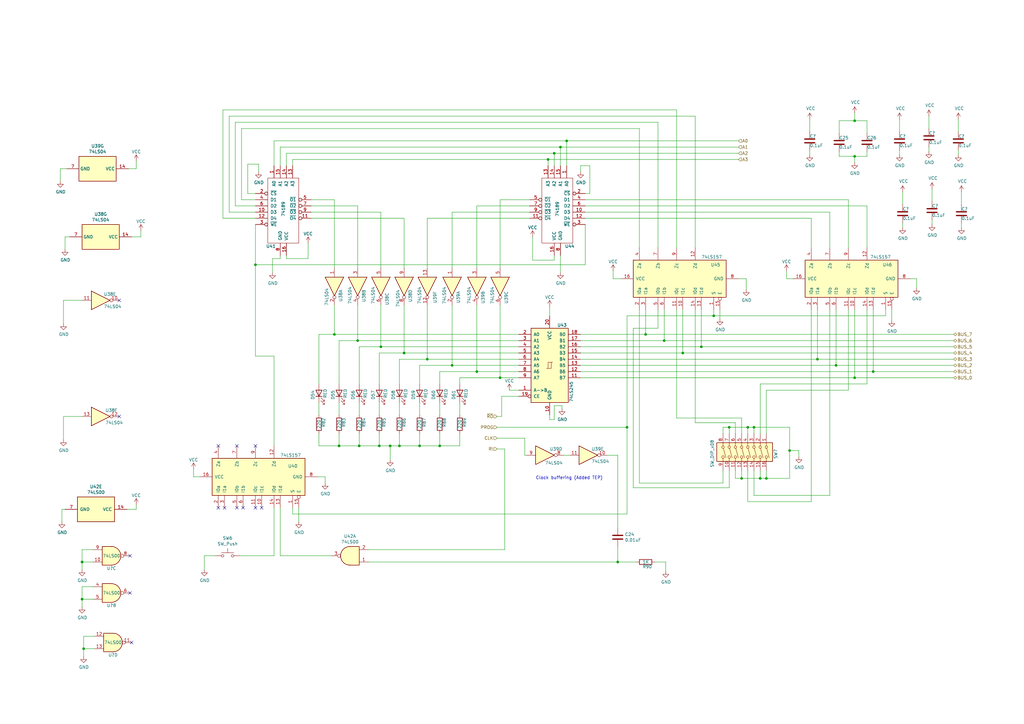
<source format=kicad_sch>
(kicad_sch (version 20230121) (generator eeschema)
  (paper "A3")
  (junction (at 342.9 149.86))
  (junction (at 163.83 182.88))
  (junction (at 155.575 182.88))
  (junction (at 146.685 139.7))
  (junction (at 335.28 147.32))
  (junction (at 358.14 152.4))
  (junction (at 180.34 182.88))
  (junction (at 195.58 152.4))
  (junction (at 350.52 64.135))
  (junction (at 232.41 57.785))
  (junction (at 137.16 137.16))
  (junction (at 229.87 60.325))
  (junction (at 160.02 182.88))
  (junction (at 224.79 65.405))
  (junction (at 156.21 142.24))
  (junction (at 34.29 266.065))
  (junction (at 257.175 175.26))
  (junction (at 323.85 184.785))
  (junction (at 350.52 154.94))
  (junction (at 272.415 139.7))
  (junction (at 299.085 175.26))
  (junction (at 205.105 154.94))
  (junction (at 227.33 62.865))
  (junction (at 175.26 147.32))
  (junction (at 253.365 230.505))
  (junction (at 33.655 230.505))
  (junction (at 311.785 196.215))
  (junction (at 280.035 144.78))
  (junction (at 33.655 245.745))
  (junction (at 147.32 182.88))
  (junction (at 104.775 108.585))
  (junction (at 309.245 175.26))
  (junction (at 304.165 196.215))
  (junction (at 165.735 144.78))
  (junction (at 292.735 129.54))
  (junction (at 264.795 137.16))
  (junction (at 306.705 175.26))
  (junction (at 287.655 142.24))
  (junction (at 350.52 49.53))
  (junction (at 139.065 182.88))
  (junction (at 172.085 182.88))
  (junction (at 185.42 149.86))
  (junction (at 314.325 196.215))
  (no_connect (at 89.535 208.28))
  (no_connect (at 104.775 208.28))
  (no_connect (at 53.34 243.205))
  (no_connect (at 53.34 227.965))
  (no_connect (at 99.695 208.28))
  (no_connect (at 97.155 182.88))
  (no_connect (at 107.315 208.28))
  (no_connect (at 48.895 170.815))
  (no_connect (at 92.075 208.28))
  (no_connect (at 104.775 182.88))
  (no_connect (at 97.155 208.28))
  (no_connect (at 48.895 123.19))
  (no_connect (at 53.975 263.525))
  (no_connect (at 89.535 182.88))
  (wire (pts (xy 342.9 149.86) (xy 391.16 149.86)))
  (wire (pts (xy 262.255 101.6) (xy 262.255 52.705)))
  (wire (pts (xy 111.76 106.045) (xy 111.76 111.76)))
  (wire (pts (xy 155.575 182.88) (xy 160.02 182.88)))
  (wire (pts (xy 257.175 175.26) (xy 257.175 210.82)))
  (wire (pts (xy 277.495 127) (xy 277.495 171.45)))
  (wire (pts (xy 117.475 62.865) (xy 117.475 67.945)))
  (wire (pts (xy 104.775 146.05) (xy 104.775 108.585)))
  (wire (pts (xy 251.46 114.3) (xy 254.635 114.3)))
  (wire (pts (xy 114.935 208.28) (xy 114.935 227.965)))
  (wire (pts (xy 304.165 196.215) (xy 304.165 193.04)))
  (wire (pts (xy 229.87 60.325) (xy 229.87 67.945)))
  (wire (pts (xy 137.16 81.915) (xy 137.16 109.855)))
  (wire (pts (xy 323.85 184.785) (xy 323.85 196.215)))
  (wire (pts (xy 93.98 86.995) (xy 104.775 86.995)))
  (wire (pts (xy 259.715 200.025) (xy 259.715 134.62)))
  (wire (pts (xy 347.98 81.915) (xy 347.98 101.6)))
  (wire (pts (xy 207.01 184.15) (xy 203.835 184.15)))
  (wire (pts (xy 155.575 177.8) (xy 155.575 182.88)))
  (wire (pts (xy 53.975 97.155) (xy 57.785 97.155)))
  (wire (pts (xy 147.32 142.24) (xy 156.21 142.24)))
  (wire (pts (xy 180.34 177.8) (xy 180.34 182.88)))
  (wire (pts (xy 180.34 152.4) (xy 180.34 157.48)))
  (wire (pts (xy 238.125 149.86) (xy 342.9 149.86)))
  (wire (pts (xy 311.785 193.04) (xy 311.785 196.215)))
  (wire (pts (xy 285.115 101.6) (xy 285.115 47.625)))
  (wire (pts (xy 185.42 86.995) (xy 217.17 86.995)))
  (wire (pts (xy 180.34 182.88) (xy 188.595 182.88)))
  (wire (pts (xy 355.6 64.135) (xy 355.6 62.23)))
  (wire (pts (xy 112.395 146.05) (xy 112.395 182.88)))
  (wire (pts (xy 350.52 66.675) (xy 350.52 64.135)))
  (wire (pts (xy 139.065 165.1) (xy 139.065 170.18)))
  (wire (pts (xy 344.17 49.53) (xy 350.52 49.53)))
  (wire (pts (xy 137.16 125.095) (xy 137.16 137.16)))
  (wire (pts (xy 188.595 165.1) (xy 188.595 170.18)))
  (wire (pts (xy 309.245 203.2) (xy 309.245 193.04)))
  (wire (pts (xy 350.52 46.355) (xy 350.52 49.53)))
  (wire (pts (xy 262.255 127) (xy 262.255 198.12)))
  (wire (pts (xy 370.205 83.82) (xy 370.205 78.74)))
  (wire (pts (xy 301.625 173.355) (xy 301.625 177.8)))
  (wire (pts (xy 151.13 225.425) (xy 207.01 225.425)))
  (wire (pts (xy 350.52 127) (xy 350.52 154.94)))
  (wire (pts (xy 264.795 127) (xy 264.795 137.16)))
  (wire (pts (xy 350.52 64.135) (xy 355.6 64.135)))
  (wire (pts (xy 224.79 65.405) (xy 302.895 65.405)))
  (wire (pts (xy 335.28 147.32) (xy 391.16 147.32)))
  (wire (pts (xy 155.575 157.48) (xy 155.575 144.78)))
  (wire (pts (xy 205.74 170.815) (xy 205.74 162.56)))
  (wire (pts (xy 241.935 79.375) (xy 241.935 67.945)))
  (wire (pts (xy 253.365 230.505) (xy 151.13 230.505)))
  (wire (pts (xy 335.28 127) (xy 335.28 147.32)))
  (wire (pts (xy 205.105 154.94) (xy 212.725 154.94)))
  (wire (pts (xy 370.205 91.44) (xy 370.205 93.345)))
  (wire (pts (xy 112.395 146.05) (xy 104.775 146.05)))
  (wire (pts (xy 238.125 154.94) (xy 350.52 154.94)))
  (wire (pts (xy 137.16 137.16) (xy 212.725 137.16)))
  (wire (pts (xy 323.85 184.785) (xy 327.66 184.785)))
  (wire (pts (xy 130.81 165.1) (xy 130.81 170.18)))
  (wire (pts (xy 172.085 182.88) (xy 180.34 182.88)))
  (wire (pts (xy 26.67 97.155) (xy 28.575 97.155)))
  (wire (pts (xy 238.125 152.4) (xy 358.14 152.4)))
  (wire (pts (xy 227.33 62.865) (xy 117.475 62.865)))
  (wire (pts (xy 120.015 210.82) (xy 257.175 210.82)))
  (wire (pts (xy 215.265 186.69) (xy 215.9 186.69)))
  (wire (pts (xy 240.03 79.375) (xy 241.935 79.375)))
  (wire (pts (xy 38.735 266.065) (xy 34.29 266.065)))
  (wire (pts (xy 155.575 144.78) (xy 165.735 144.78)))
  (wire (pts (xy 344.17 64.135) (xy 350.52 64.135)))
  (wire (pts (xy 165.735 89.535) (xy 165.735 109.855)))
  (wire (pts (xy 232.41 57.785) (xy 302.895 57.785)))
  (wire (pts (xy 332.74 89.535) (xy 240.03 89.535)))
  (wire (pts (xy 322.58 114.3) (xy 325.12 114.3)))
  (wire (pts (xy 91.44 45.085) (xy 277.495 45.085)))
  (wire (pts (xy 238.125 137.16) (xy 264.795 137.16)))
  (wire (pts (xy 104.775 89.535) (xy 91.44 89.535)))
  (wire (pts (xy 358.14 127) (xy 358.14 152.4)))
  (wire (pts (xy 175.26 147.32) (xy 163.83 147.32)))
  (wire (pts (xy 393.065 53.975) (xy 393.065 48.895)))
  (wire (pts (xy 133.35 195.58) (xy 133.35 198.12)))
  (wire (pts (xy 26.035 170.815) (xy 26.035 180.34)))
  (wire (pts (xy 88.265 227.965) (xy 83.82 227.965)))
  (wire (pts (xy 114.935 60.325) (xy 229.87 60.325)))
  (wire (pts (xy 139.065 177.8) (xy 139.065 182.88)))
  (wire (pts (xy 114.935 227.965) (xy 135.89 227.965)))
  (wire (pts (xy 314.325 196.215) (xy 314.325 193.04)))
  (wire (pts (xy 139.065 182.88) (xy 147.32 182.88)))
  (wire (pts (xy 112.395 227.965) (xy 98.425 227.965)))
  (wire (pts (xy 185.42 125.095) (xy 185.42 149.86)))
  (wire (pts (xy 26.67 102.235) (xy 26.67 97.155)))
  (wire (pts (xy 332.105 61.595) (xy 332.105 63.5)))
  (wire (pts (xy 253.365 216.535) (xy 253.365 186.69)))
  (wire (pts (xy 217.17 84.455) (xy 195.58 84.455)))
  (wire (pts (xy 146.685 84.455) (xy 146.685 109.855)))
  (wire (pts (xy 120.015 210.82) (xy 120.015 208.28)))
  (wire (pts (xy 93.98 47.625) (xy 285.115 47.625)))
  (wire (pts (xy 81.915 195.58) (xy 79.375 195.58)))
  (wire (pts (xy 160.02 182.88) (xy 163.83 182.88)))
  (wire (pts (xy 227.33 67.945) (xy 227.33 62.865)))
  (wire (pts (xy 215.265 179.705) (xy 215.265 186.69)))
  (wire (pts (xy 340.36 101.6) (xy 340.36 86.995)))
  (wire (pts (xy 232.41 67.945) (xy 232.41 57.785)))
  (wire (pts (xy 394.335 91.44) (xy 394.335 93.345)))
  (wire (pts (xy 382.27 82.55) (xy 382.27 77.47)))
  (wire (pts (xy 299.085 193.04) (xy 299.085 200.025)))
  (wire (pts (xy 304.165 171.45) (xy 304.165 177.8)))
  (wire (pts (xy 26.035 123.19) (xy 33.655 123.19)))
  (wire (pts (xy 126.365 106.045) (xy 126.365 99.695)))
  (wire (pts (xy 363.22 127) (xy 363.22 129.54)))
  (wire (pts (xy 104.775 81.915) (xy 99.06 81.915)))
  (wire (pts (xy 277.495 101.6) (xy 277.495 45.085)))
  (wire (pts (xy 375.92 114.3) (xy 375.92 118.11)))
  (wire (pts (xy 127.635 84.455) (xy 146.685 84.455)))
  (wire (pts (xy 299.085 177.8) (xy 299.085 175.26)))
  (wire (pts (xy 203.835 175.26) (xy 257.175 175.26)))
  (wire (pts (xy 238.125 144.78) (xy 280.035 144.78)))
  (wire (pts (xy 285.115 173.355) (xy 301.625 173.355)))
  (wire (pts (xy 101.6 67.31) (xy 106.045 67.31)))
  (wire (pts (xy 212.725 147.32) (xy 175.26 147.32)))
  (wire (pts (xy 257.175 175.26) (xy 257.175 129.54)))
  (wire (pts (xy 309.245 175.26) (xy 323.85 175.26)))
  (wire (pts (xy 175.26 89.535) (xy 175.26 109.855)))
  (wire (pts (xy 38.735 260.985) (xy 34.29 260.985)))
  (wire (pts (xy 230.505 166.37) (xy 230.505 167.64)))
  (wire (pts (xy 33.655 230.505) (xy 33.655 233.68)))
  (wire (pts (xy 238.125 139.7) (xy 272.415 139.7)))
  (wire (pts (xy 365.76 127) (xy 365.76 131.445)))
  (wire (pts (xy 296.545 198.12) (xy 296.545 193.04)))
  (wire (pts (xy 355.6 101.6) (xy 355.6 84.455)))
  (wire (pts (xy 146.685 139.7) (xy 212.725 139.7)))
  (wire (pts (xy 195.58 152.4) (xy 212.725 152.4)))
  (wire (pts (xy 185.42 149.86) (xy 212.725 149.86)))
  (wire (pts (xy 232.41 57.785) (xy 112.395 57.785)))
  (wire (pts (xy 322.58 111.125) (xy 322.58 114.3)))
  (wire (pts (xy 114.935 106.045) (xy 111.76 106.045)))
  (wire (pts (xy 350.52 154.94) (xy 391.16 154.94)))
  (wire (pts (xy 280.035 127) (xy 280.035 144.78)))
  (wire (pts (xy 344.17 54.61) (xy 344.17 49.53)))
  (wire (pts (xy 139.065 139.7) (xy 146.685 139.7)))
  (wire (pts (xy 156.21 142.24) (xy 212.725 142.24)))
  (wire (pts (xy 240.03 92.075) (xy 240.03 108.585)))
  (wire (pts (xy 163.83 182.88) (xy 172.085 182.88)))
  (wire (pts (xy 130.175 195.58) (xy 133.35 195.58)))
  (wire (pts (xy 280.035 144.78) (xy 391.16 144.78)))
  (wire (pts (xy 147.32 177.8) (xy 147.32 182.88)))
  (wire (pts (xy 311.785 177.8) (xy 311.785 157.48)))
  (wire (pts (xy 83.82 227.965) (xy 83.82 233.68)))
  (wire (pts (xy 120.015 65.405) (xy 224.79 65.405)))
  (wire (pts (xy 33.655 245.745) (xy 33.655 248.92)))
  (wire (pts (xy 227.33 106.68) (xy 218.44 106.68)))
  (wire (pts (xy 172.085 177.8) (xy 172.085 182.88)))
  (wire (pts (xy 112.395 57.785) (xy 112.395 67.945)))
  (wire (pts (xy 306.705 175.26) (xy 309.245 175.26)))
  (wire (pts (xy 251.46 111.125) (xy 251.46 114.3)))
  (wire (pts (xy 227.33 166.37) (xy 230.505 166.37)))
  (wire (pts (xy 26.035 170.815) (xy 33.655 170.815)))
  (wire (pts (xy 55.88 69.215) (xy 55.88 66.04)))
  (wire (pts (xy 38.1 245.745) (xy 33.655 245.745)))
  (wire (pts (xy 217.17 89.535) (xy 175.26 89.535)))
  (wire (pts (xy 33.655 230.505) (xy 33.655 225.425)))
  (wire (pts (xy 156.21 125.095) (xy 156.21 142.24)))
  (wire (pts (xy 163.83 177.8) (xy 163.83 182.88)))
  (wire (pts (xy 262.255 198.12) (xy 296.545 198.12)))
  (wire (pts (xy 212.725 160.02) (xy 208.915 160.02)))
  (wire (pts (xy 172.085 157.48) (xy 172.085 149.86)))
  (wire (pts (xy 180.34 165.1) (xy 180.34 170.18)))
  (wire (pts (xy 205.105 125.095) (xy 205.105 154.94)))
  (wire (pts (xy 253.365 224.155) (xy 253.365 230.505)))
  (wire (pts (xy 195.58 125.095) (xy 195.58 152.4)))
  (wire (pts (xy 205.74 170.815) (xy 203.835 170.815)))
  (wire (pts (xy 238.125 67.945) (xy 238.125 70.485)))
  (wire (pts (xy 104.775 84.455) (xy 96.52 84.455)))
  (wire (pts (xy 277.495 171.45) (xy 304.165 171.45)))
  (wire (pts (xy 130.81 137.16) (xy 137.16 137.16)))
  (wire (pts (xy 355.6 157.48) (xy 311.785 157.48)))
  (wire (pts (xy 368.935 61.595) (xy 368.935 63.5)))
  (wire (pts (xy 225.425 172.085) (xy 227.33 172.085)))
  (wire (pts (xy 224.79 65.405) (xy 224.79 67.945)))
  (wire (pts (xy 117.475 106.045) (xy 126.365 106.045)))
  (wire (pts (xy 272.415 127) (xy 272.415 139.7)))
  (wire (pts (xy 229.87 104.775) (xy 229.87 111.76)))
  (wire (pts (xy 340.36 203.2) (xy 309.245 203.2)))
  (wire (pts (xy 304.165 196.215) (xy 311.785 196.215)))
  (wire (pts (xy 99.06 81.915) (xy 99.06 52.705)))
  (wire (pts (xy 203.835 179.705) (xy 215.265 179.705)))
  (wire (pts (xy 327.66 184.785) (xy 327.66 187.325)))
  (wire (pts (xy 332.74 101.6) (xy 332.74 89.535)))
  (wire (pts (xy 363.22 129.54) (xy 292.735 129.54)))
  (wire (pts (xy 165.735 125.095) (xy 165.735 144.78)))
  (wire (pts (xy 306.705 193.04) (xy 306.705 205.74)))
  (wire (pts (xy 120.015 67.945) (xy 120.015 65.405)))
  (wire (pts (xy 26.035 123.19) (xy 26.035 132.715)))
  (wire (pts (xy 101.6 79.375) (xy 101.6 67.31)))
  (wire (pts (xy 225.425 170.18) (xy 225.425 172.085)))
  (wire (pts (xy 299.085 175.26) (xy 296.545 175.26)))
  (wire (pts (xy 332.105 53.975) (xy 332.105 48.895)))
  (wire (pts (xy 382.27 90.17) (xy 382.27 92.075)))
  (wire (pts (xy 130.81 182.88) (xy 139.065 182.88)))
  (wire (pts (xy 306.705 177.8) (xy 306.705 175.26)))
  (wire (pts (xy 368.935 53.975) (xy 368.935 48.895)))
  (wire (pts (xy 323.85 196.215) (xy 314.325 196.215)))
  (wire (pts (xy 52.705 69.215) (xy 55.88 69.215)))
  (wire (pts (xy 127.635 86.995) (xy 156.21 86.995)))
  (wire (pts (xy 55.88 208.915) (xy 55.88 207.01)))
  (wire (pts (xy 231.14 186.69) (xy 233.68 186.69)))
  (wire (pts (xy 34.29 266.065) (xy 34.29 269.24)))
  (wire (pts (xy 147.32 182.88) (xy 155.575 182.88)))
  (wire (pts (xy 347.98 160.02) (xy 314.325 160.02)))
  (wire (pts (xy 273.05 230.505) (xy 273.05 234.315)))
  (wire (pts (xy 241.935 67.945) (xy 238.125 67.945)))
  (wire (pts (xy 342.9 127) (xy 342.9 149.86)))
  (wire (pts (xy 24.765 74.295) (xy 24.765 69.215)))
  (wire (pts (xy 38.1 225.425) (xy 33.655 225.425)))
  (wire (pts (xy 269.875 134.62) (xy 269.875 127)))
  (wire (pts (xy 147.32 142.24) (xy 147.32 157.48)))
  (wire (pts (xy 33.655 245.745) (xy 33.655 240.665)))
  (wire (pts (xy 269.875 50.165) (xy 269.875 101.6)))
  (wire (pts (xy 104.775 108.585) (xy 104.775 92.075)))
  (wire (pts (xy 34.29 266.065) (xy 34.29 260.985)))
  (wire (pts (xy 163.83 147.32) (xy 163.83 157.48)))
  (wire (pts (xy 156.21 86.995) (xy 156.21 109.855)))
  (wire (pts (xy 253.365 230.505) (xy 260.985 230.505)))
  (wire (pts (xy 259.715 134.62) (xy 269.875 134.62)))
  (wire (pts (xy 229.87 60.325) (xy 302.895 60.325)))
  (wire (pts (xy 253.365 186.69) (xy 248.92 186.69)))
  (wire (pts (xy 323.85 175.26) (xy 323.85 184.785)))
  (wire (pts (xy 306.705 205.74) (xy 332.74 205.74)))
  (wire (pts (xy 212.725 162.56) (xy 205.74 162.56)))
  (wire (pts (xy 146.685 125.095) (xy 146.685 139.7)))
  (wire (pts (xy 301.625 196.215) (xy 304.165 196.215)))
  (wire (pts (xy 25.4 208.915) (xy 26.67 208.915)))
  (wire (pts (xy 205.105 81.915) (xy 217.17 81.915)))
  (wire (pts (xy 185.42 109.855) (xy 185.42 86.995)))
  (wire (pts (xy 114.935 104.775) (xy 114.935 106.045)))
  (wire (pts (xy 38.1 230.505) (xy 33.655 230.505)))
  (wire (pts (xy 257.175 129.54) (xy 292.735 129.54)))
  (wire (pts (xy 175.26 125.095) (xy 175.26 147.32)))
  (wire (pts (xy 225.425 129.54) (xy 225.425 125.73)))
  (wire (pts (xy 238.125 147.32) (xy 335.28 147.32)))
  (wire (pts (xy 306.07 114.3) (xy 306.07 118.745)))
  (wire (pts (xy 106.045 67.31) (xy 106.045 70.485)))
  (wire (pts (xy 340.36 127) (xy 340.36 203.2)))
  (wire (pts (xy 264.795 137.16) (xy 391.16 137.16)))
  (wire (pts (xy 52.07 208.915) (xy 55.88 208.915)))
  (wire (pts (xy 38.1 240.665) (xy 33.655 240.665)))
  (wire (pts (xy 207.01 225.425) (xy 207.01 184.15)))
  (wire (pts (xy 24.765 69.215) (xy 27.305 69.215)))
  (wire (pts (xy 180.34 152.4) (xy 195.58 152.4)))
  (wire (pts (xy 104.775 79.375) (xy 101.6 79.375)))
  (wire (pts (xy 99.06 52.705) (xy 262.255 52.705)))
  (wire (pts (xy 301.625 193.04) (xy 301.625 196.215)))
  (wire (pts (xy 240.03 86.995) (xy 340.36 86.995)))
  (wire (pts (xy 285.115 127) (xy 285.115 173.355)))
  (wire (pts (xy 295.275 127) (xy 295.275 130.81)))
  (wire (pts (xy 114.935 67.945) (xy 114.935 60.325)))
  (wire (pts (xy 127.635 81.915) (xy 137.16 81.915)))
  (wire (pts (xy 130.81 177.8) (xy 130.81 182.88)))
  (wire (pts (xy 112.395 208.28) (xy 112.395 227.965)))
  (wire (pts (xy 147.32 165.1) (xy 147.32 170.18)))
  (wire (pts (xy 195.58 84.455) (xy 195.58 109.855)))
  (wire (pts (xy 332.74 205.74) (xy 332.74 127)))
  (wire (pts (xy 227.33 172.085) (xy 227.33 166.37)))
  (wire (pts (xy 165.735 144.78) (xy 212.725 144.78)))
  (wire (pts (xy 205.105 109.855) (xy 205.105 81.915)))
  (wire (pts (xy 393.065 61.595) (xy 393.065 63.5)))
  (wire (pts (xy 240.03 81.915) (xy 347.98 81.915)))
  (wire (pts (xy 155.575 165.1) (xy 155.575 170.18)))
  (wire (pts (xy 227.33 62.865) (xy 302.895 62.865)))
  (wire (pts (xy 347.98 127) (xy 347.98 160.02)))
  (wire (pts (xy 299.085 200.025) (xy 259.715 200.025)))
  (wire (pts (xy 188.595 182.88) (xy 188.595 177.8)))
  (wire (pts (xy 381 60.325) (xy 381 62.23)))
  (wire (pts (xy 25.4 213.995) (xy 25.4 208.915)))
  (wire (pts (xy 296.545 175.26) (xy 296.545 177.8)))
  (wire (pts (xy 302.895 114.3) (xy 306.07 114.3)))
  (wire (pts (xy 238.125 142.24) (xy 287.655 142.24)))
  (wire (pts (xy 91.44 89.535) (xy 91.44 45.085)))
  (wire (pts (xy 314.325 177.8) (xy 314.325 160.02)))
  (wire (pts (xy 79.375 195.58) (xy 79.375 192.405)))
  (wire (pts (xy 188.595 154.94) (xy 205.105 154.94)))
  (wire (pts (xy 394.335 83.82) (xy 394.335 78.74)))
  (wire (pts (xy 130.81 137.16) (xy 130.81 157.48)))
  (wire (pts (xy 160.02 182.88) (xy 160.02 188.595)))
  (wire (pts (xy 381 52.705) (xy 381 47.625)))
  (wire (pts (xy 163.83 165.1) (xy 163.83 170.18)))
  (wire (pts (xy 299.085 175.26) (xy 306.705 175.26)))
  (wire (pts (xy 355.6 49.53) (xy 350.52 49.53)))
  (wire (pts (xy 127.635 89.535) (xy 165.735 89.535)))
  (wire (pts (xy 57.785 97.155) (xy 57.785 94.615)))
  (wire (pts (xy 218.44 106.68) (xy 218.44 97.155)))
  (wire (pts (xy 309.245 175.26) (xy 309.245 177.8)))
  (wire (pts (xy 96.52 50.165) (xy 269.875 50.165)))
  (wire (pts (xy 344.17 62.23) (xy 344.17 64.135)))
  (wire (pts (xy 355.6 127) (xy 355.6 157.48)))
  (wire (pts (xy 122.555 208.28) (xy 122.555 213.995)))
  (wire (pts (xy 355.6 84.455) (xy 240.03 84.455)))
  (wire (pts (xy 104.775 108.585) (xy 240.03 108.585)))
  (wire (pts (xy 172.085 165.1) (xy 172.085 170.18)))
  (wire (pts (xy 93.98 47.625) (xy 93.98 86.995)))
  (wire (pts (xy 117.475 104.775) (xy 117.475 106.045)))
  (wire (pts (xy 96.52 84.455) (xy 96.52 50.165)))
  (wire (pts (xy 287.655 127) (xy 287.655 142.24)))
  (wire (pts (xy 188.595 157.48) (xy 188.595 154.94)))
  (wire (pts (xy 311.785 196.215) (xy 314.325 196.215)))
  (wire (pts (xy 358.14 152.4) (xy 391.16 152.4)))
  (wire (pts (xy 287.655 142.24) (xy 391.16 142.24)))
  (wire (pts (xy 172.085 149.86) (xy 185.42 149.86)))
  (wire (pts (xy 268.605 230.505) (xy 273.05 230.505)))
  (wire (pts (xy 272.415 139.7) (xy 391.16 139.7)))
  (wire (pts (xy 373.38 114.3) (xy 375.92 114.3)))
  (wire (pts (xy 227.33 104.775) (xy 227.33 106.68)))
  (wire (pts (xy 355.6 54.61) (xy 355.6 49.53)))
  (wire (pts (xy 139.065 157.48) (xy 139.065 139.7)))
  (wire (pts (xy 292.735 129.54) (xy 292.735 127)))
  (text "Clock buffering (Added TEP)" (at 219.71 196.85 0) (effects (font (size 1.27 1.27)) (justify left bottom)))
  (hierarchical_label "BUS_4" (shape bidirectional) (at 391.16 144.78 0))
  (hierarchical_label "A1" (shape input) (at 302.895 60.325 0))
  (hierarchical_label "BUS_6" (shape bidirectional) (at 391.16 139.7 0))
  (hierarchical_label "CLK" (shape input) (at 203.835 179.705 180))
  (hierarchical_label "BUS_2" (shape bidirectional) (at 391.16 149.86 0))
  (hierarchical_label "BUS_3" (shape bidirectional) (at 391.16 147.32 0))
  (hierarchical_label "~{RO}" (shape input) (at 203.835 170.815 180))
  (hierarchical_label "A2" (shape input) (at 302.895 62.865 0))
  (hierarchical_label "BUS_0" (shape bidirectional) (at 391.16 154.94 0))
  (hierarchical_label "RI" (shape input) (at 203.835 184.15 180))
  (hierarchical_label "BUS_7" (shape bidirectional) (at 391.16 137.16 0))
  (hierarchical_label "BUS_1" (shape bidirectional) (at 391.16 152.4 0))
  (hierarchical_label "BUS_5" (shape bidirectional) (at 391.16 142.24 0))
  (hierarchical_label "A0" (shape input) (at 302.895 57.785 0))
  (hierarchical_label "A3" (shape input) (at 302.895 65.405 0))
  (hierarchical_label "PROG" (shape input) (at 203.835 175.26 180))
  (symbol (lib_id "Device:C") (at 368.935 57.785 0) (unit 1)
    (property "Reference" "C?" (at 368.935 55.88 0) (effects (justify left)))
    (property "Value" "0.1uF" (at 368.935 59.69 0) (effects (justify left)))
    (property "Footprint" "Capacitor_THT:C_Disc_D4.3mm_W1.9mm_P5.00mm" (effects hide))
    (instances (project "8 Bit Computer" (path "" (reference "C?") (unit 1)) (path "" (reference "C?") (unit 1)) (path "" (reference "C42") (unit 1))))
  )
  (symbol (lib_id "power:VCC") (at 368.935 48.895 0) (unit 1)
    (property "Reference" "#PWR?" (effects hide))
    (property "Value" "VCC" (at 369.316 44.5008 0))
    (instances (project "8 Bit Computer" (path "" (reference "#PWR?") (unit 1)) (path "" (reference "#PWR?") (unit 1)) (path "" (reference "#PWR0301") (unit 1))))
  )
  (symbol (lib_id "power:GND") (at 368.935 63.5 0) (unit 1)
    (property "Reference" "#PWR?" (effects hide))
    (property "Value" "GND" (at 369.062 67.8942 0))
    (instances (project "8 Bit Computer" (path "" (reference "#PWR?") (unit 1)) (path "" (reference "#PWR?") (unit 1)) (path "" (reference "#PWR0302") (unit 1))))
  )
  (symbol (lib_id "Device:C") (at 381 56.515 0) (unit 1)
    (property "Reference" "C?" (at 381 54.61 0) (effects (justify left)))
    (property "Value" "0.1uF" (at 381 58.42 0) (effects (justify left)))
    (property "Footprint" "Capacitor_THT:C_Disc_D4.3mm_W1.9mm_P5.00mm" (effects hide))
    (instances (project "8 Bit Computer" (path "" (reference "C?") (unit 1)) (path "" (reference "C?") (unit 1)) (path "" (reference "C44") (unit 1))))
  )
  (symbol (lib_id "power:VCC") (at 381 47.625 0) (unit 1)
    (property "Reference" "#PWR?" (effects hide))
    (property "Value" "VCC" (at 381.381 43.2308 0))
    (instances (project "8 Bit Computer" (path "" (reference "#PWR?") (unit 1)) (path "" (reference "#PWR?") (unit 1)) (path "" (reference "#PWR0303") (unit 1))))
  )
  (symbol (lib_id "power:GND") (at 381 62.23 0) (unit 1)
    (property "Reference" "#PWR?" (effects hide))
    (property "Value" "GND" (at 381.127 66.6242 0))
    (instances (project "8 Bit Computer" (path "" (reference "#PWR?") (unit 1)) (path "" (reference "#PWR?") (unit 1)) (path "" (reference "#PWR0304") (unit 1))))
  )
  (symbol (lib_id "Device:C") (at 393.065 57.785 0) (unit 1)
    (property "Reference" "C?" (at 393.065 55.88 0) (effects (justify left)))
    (property "Value" "0.1uF" (at 393.065 59.69 0) (effects (justify left)))
    (property "Footprint" "Capacitor_THT:C_Disc_D4.3mm_W1.9mm_P5.00mm" (effects hide))
    (instances (project "8 Bit Computer" (path "" (reference "C?") (unit 1)) (path "" (reference "C?") (unit 1)) (path "" (reference "C46") (unit 1))))
  )
  (symbol (lib_id "power:VCC") (at 393.065 48.895 0) (unit 1)
    (property "Reference" "#PWR?" (effects hide))
    (property "Value" "VCC" (at 393.446 44.5008 0))
    (instances (project "8 Bit Computer" (path "" (reference "#PWR?") (unit 1)) (path "" (reference "#PWR?") (unit 1)) (path "" (reference "#PWR0305") (unit 1))))
  )
  (symbol (lib_id "power:GND") (at 393.065 63.5 0) (unit 1)
    (property "Reference" "#PWR?" (effects hide))
    (property "Value" "GND" (at 393.192 67.8942 0))
    (instances (project "8 Bit Computer" (path "" (reference "#PWR?") (unit 1)) (path "" (reference "#PWR?") (unit 1)) (path "" (reference "#PWR0306") (unit 1))))
  )
  (symbol (lib_id "Device:C") (at 370.205 87.63 0) (unit 1)
    (property "Reference" "C?" (at 370.205 85.725 0) (effects (justify left)))
    (property "Value" "0.1uF" (at 370.205 89.535 0) (effects (justify left)))
    (property "Footprint" "Capacitor_THT:C_Disc_D4.3mm_W1.9mm_P5.00mm" (effects hide))
    (instances (project "8 Bit Computer" (path "" (reference "C?") (unit 1)) (path "" (reference "C?") (unit 1)) (path "" (reference "C43") (unit 1))))
  )
  (symbol (lib_id "power:VCC") (at 370.205 78.74 0) (unit 1)
    (property "Reference" "#PWR?" (effects hide))
    (property "Value" "VCC" (at 370.586 74.3458 0))
    (instances (project "8 Bit Computer" (path "" (reference "#PWR?") (unit 1)) (path "" (reference "#PWR?") (unit 1)) (path "" (reference "#PWR0307") (unit 1))))
  )
  (symbol (lib_id "power:GND") (at 370.205 93.345 0) (unit 1)
    (property "Reference" "#PWR?" (effects hide))
    (property "Value" "GND" (at 370.332 97.7392 0))
    (instances (project "8 Bit Computer" (path "" (reference "#PWR?") (unit 1)) (path "" (reference "#PWR?") (unit 1)) (path "" (reference "#PWR0308") (unit 1))))
  )
  (symbol (lib_id "Device:C") (at 382.27 86.36 0) (unit 1)
    (property "Reference" "C?" (at 382.27 84.455 0) (effects (justify left)))
    (property "Value" "0.1uF" (at 382.27 88.265 0) (effects (justify left)))
    (property "Footprint" "Capacitor_THT:C_Disc_D4.3mm_W1.9mm_P5.00mm" (effects hide))
    (instances (project "8 Bit Computer" (path "" (reference "C?") (unit 1)) (path "" (reference "C?") (unit 1)) (path "" (reference "C45") (unit 1))))
  )
  (symbol (lib_id "power:VCC") (at 382.27 77.47 0) (unit 1)
    (property "Reference" "#PWR?" (effects hide))
    (property "Value" "VCC" (at 382.651 73.0758 0))
    (instances (project "8 Bit Computer" (path "" (reference "#PWR?") (unit 1)) (path "" (reference "#PWR?") (unit 1)) (path "" (reference "#PWR0309") (unit 1))))
  )
  (symbol (lib_id "power:GND") (at 382.27 92.075 0) (unit 1)
    (property "Reference" "#PWR?" (effects hide))
    (property "Value" "GND" (at 382.397 96.4692 0))
    (instances (project "8 Bit Computer" (path "" (reference "#PWR?") (unit 1)) (path "" (reference "#PWR?") (unit 1)) (path "" (reference "#PWR0310") (unit 1))))
  )
  (symbol (lib_id "Device:C") (at 394.335 87.63 0) (unit 1)
    (property "Reference" "C?" (at 394.335 85.725 0) (effects (justify left)))
    (property "Value" "0.1uF" (at 394.335 89.535 0) (effects (justify left)))
    (property "Footprint" "Capacitor_THT:C_Disc_D4.3mm_W1.9mm_P5.00mm" (effects hide))
    (instances (project "8 Bit Computer" (path "" (reference "C?") (unit 1)) (path "" (reference "C?") (unit 1)) (path "" (reference "C47") (unit 1))))
  )
  (symbol (lib_id "power:VCC") (at 394.335 78.74 0) (unit 1)
    (property "Reference" "#PWR?" (effects hide))
    (property "Value" "VCC" (at 394.716 74.3458 0))
    (instances (project "8 Bit Computer" (path "" (reference "#PWR?") (unit 1)) (path "" (reference "#PWR?") (unit 1)) (path "" (reference "#PWR0311") (unit 1))))
  )
  (symbol (lib_id "power:GND") (at 394.335 93.345 0) (unit 1)
    (property "Reference" "#PWR?" (effects hide))
    (property "Value" "GND" (at 394.462 97.7392 0))
    (instances (project "8 Bit Computer" (path "" (reference "#PWR?") (unit 1)) (path "" (reference "#PWR?") (unit 1)) (path "" (reference "#PWR0312") (unit 1))))
  )
  (symbol (lib_id "Device:C") (at 332.105 57.785 0) (unit 1)
    (property "Reference" "C?" (at 332.105 55.88 0) (effects (justify left)))
    (property "Value" "0.1uF" (at 332.105 59.69 0) (effects (justify left)))
    (property "Footprint" "Capacitor_THT:C_Disc_D4.3mm_W1.9mm_P5.00mm" (effects hide))
    (instances (project "8 Bit Computer" (path "" (reference "C?") (unit 1)) (path "" (reference "C?") (unit 1)) (path "" (reference "C41") (unit 1))))
  )
  (symbol (lib_id "power:VCC") (at 332.105 48.895 0) (unit 1)
    (property "Reference" "#PWR?" (effects hide))
    (property "Value" "VCC" (at 332.486 44.5008 0))
    (instances (project "8 Bit Computer" (path "" (reference "#PWR?") (unit 1)) (path "" (reference "#PWR?") (unit 1)) (path "" (reference "#PWR0313") (unit 1))))
  )
  (symbol (lib_id "power:GND") (at 332.105 63.5 0) (unit 1)
    (property "Reference" "#PWR?" (effects hide))
    (property "Value" "GND" (at 332.232 67.8942 0))
    (instances (project "8 Bit Computer" (path "" (reference "#PWR?") (unit 1)) (path "" (reference "#PWR?") (unit 1)) (path "" (reference "#PWR0314") (unit 1))))
  )
  (symbol (lib_id "74xx:74LS00") (at 45.72 243.205 0) (unit 2)
    (property "Reference" "U?" (at 45.72 248.285 0))
    (property "Value" "74LS00" (at 45.72 243.205 0))
    (property "Footprint" "Package_DIP:DIP-14_W7.62mm_Socket_LongPads" (effects hide))
    (property "Datasheet" "http://www.ti.com/lit/gpn/sn74ls00" (effects hide))
    (instances (project "8 Bit Computer" (path "" (reference "U?") (unit 2)) (path "" (reference "U?") (unit 2)) (path "" (reference "U42") (unit 2))))
  )
  (symbol (lib_id "74xx:74LS00") (at 45.72 227.965 0) (unit 3)
    (property "Reference" "U?" (at 45.72 233.045 0))
    (property "Value" "74LS00" (at 45.72 227.965 0))
    (property "Footprint" "Package_DIP:DIP-14_W7.62mm_Socket_LongPads" (effects hide))
    (property "Datasheet" "http://www.ti.com/lit/gpn/sn74ls00" (effects hide))
    (instances (project "8 Bit Computer" (path "" (reference "U?") (unit 3)) (path "" (reference "U?") (unit 3)) (path "" (reference "U42") (unit 3))))
  )
  (symbol (lib_id "74xx:74LS00") (at 46.355 263.525 0) (unit 4)
    (property "Reference" "U?" (at 46.355 268.605 0))
    (property "Value" "74LS00" (at 46.355 263.525 0))
    (property "Footprint" "Package_DIP:DIP-14_W7.62mm_Socket_LongPads" (effects hide))
    (property "Datasheet" "http://www.ti.com/lit/gpn/sn74ls00" (effects hide))
    (instances (project "8 Bit Computer" (path "" (reference "U?") (unit 4)) (path "" (reference "U?") (unit 4)) (path "" (reference "U42") (unit 4))))
  )
  (symbol (lib_id "power:GND") (at 33.655 248.92 0) (unit 1)
    (property "Reference" "#PWR?" (effects hide))
    (property "Value" "GND" (at 33.782 253.3142 0))
    (instances (project "8 Bit Computer" (path "" (reference "#PWR?") (unit 1)) (path "" (reference "#PWR?") (unit 1)) (path "" (reference "#PWR09") (unit 1))))
  )
  (symbol (lib_id "power:GND") (at 33.655 233.68 0) (unit 1)
    (property "Reference" "#PWR?" (effects hide))
    (property "Value" "GND" (at 33.782 238.0742 0))
    (instances (project "8 Bit Computer" (path "" (reference "#PWR?") (unit 1)) (path "" (reference "#PWR?") (unit 1)) (path "" (reference "#PWR08") (unit 1))))
  )
  (symbol (lib_id "power:GND") (at 34.29 269.24 0) (unit 1)
    (property "Reference" "#PWR?" (effects hide))
    (property "Value" "GND" (at 34.417 273.6342 0))
    (instances (project "8 Bit Computer" (path "" (reference "#PWR?") (unit 1)) (path "" (reference "#PWR?") (unit 1)) (path "" (reference "#PWR010") (unit 1))))
  )
  (symbol (lib_id "74xx:74LS245") (at 225.425 149.86 0) (unit 1)
    (property "Reference" "U43" (at 230.505 133.35 0))
    (property "Value" "74LS245" (at 234.315 160.655 90))
    (property "Footprint" "Package_DIP:DIP-20_W7.62mm_Socket_LongPads" (effects hide))
    (property "Datasheet" "http://www.ti.com/lit/gpn/sn74LS245" (effects hide))
    (instances (project "8 Bit Computer" (path "" (reference "U43") (unit 1)) (path "" (reference "U?") (unit 1))))
  )
  (symbol (lib_id "74xx:74LS157") (at 277.495 114.3 90) (unit 1)
    (property "Reference" "U45" (at 291.465 108.585 90) (effects (justify right)))
    (property "Value" "74LS157" (at 287.655 105.41 90) (effects (justify right)))
    (property "Footprint" "Package_DIP:DIP-16_W7.62mm_Socket_LongPads" (effects hide))
    (property "Datasheet" "http://www.ti.com/lit/gpn/sn74LS157" (effects hide))
    (instances (project "8 Bit Computer" (path "" (reference "U45") (unit 1)) (path "" (reference "U?") (unit 1))))
  )
  (symbol (lib_id "74xx:74LS157") (at 347.98 114.3 90) (unit 1)
    (property "Reference" "U46" (at 361.95 108.585 90) (effects (justify right)))
    (property "Value" "74LS157" (at 356.87 105.41 90) (effects (justify right)))
    (property "Footprint" "Package_DIP:DIP-16_W7.62mm_Socket_LongPads" (effects hide))
    (property "Datasheet" "http://www.ti.com/lit/gpn/sn74LS157" (effects hide))
    (instances (project "8 Bit Computer" (path "" (reference "U46") (unit 1)) (path "" (reference "U?") (unit 1))))
  )
  (symbol (lib_id "74xx:74LS157") (at 104.775 195.58 90) (unit 1)
    (property "Reference" "U40" (at 118.11 191.135 90) (effects (justify right)))
    (property "Value" "74LS157" (at 114.935 186.69 90) (effects (justify right)))
    (property "Footprint" "Package_DIP:DIP-16_W7.62mm_Socket_LongPads" (effects hide))
    (property "Datasheet" "http://www.ti.com/lit/gpn/sn74LS157" (effects hide))
    (instances (project "8 Bit Computer" (path "" (reference "U40") (unit 1)) (path "" (reference "U?") (unit 1))))
  )
  (symbol (lib_id "8 Bit Computer-rescue:74189-74189LIB") (at 228.6 85.725 0) (unit 1)
    (property "Reference" "U44" (at 233.68 100.965 0))
    (property "Value" "74189" (at 228.6 85.725 90))
    (property "Footprint" "Package_DIP:DIP-16_W7.62mm_Socket_LongPads" (effects hide))
    (instances (project "8 Bit Computer" (path "" (reference "U44") (unit 1)) (path "" (reference "U?") (unit 1))))
  )
  (symbol (lib_id "8 Bit Computer-rescue:74189-74189LIB") (at 116.205 85.725 0) (mirror y) (unit 1)
    (property "Reference" "U41" (at 111.125 100.965 0))
    (property "Value" "74189" (at 116.205 85.725 90))
    (property "Footprint" "Package_DIP:DIP-16_W7.62mm_Socket_LongPads" (effects hide))
    (instances (project "8 Bit Computer" (path "" (reference "U41") (unit 1)) (path "" (reference "U?") (unit 1))))
  )
  (symbol (lib_id "74xx:74LS04") (at 137.16 117.475 270) (unit 1)
    (property "Reference" "U38" (at 139.7 118.745 0) (effects (justify left)))
    (property "Value" "74LS04" (at 133.985 118.11 0) (effects (justify left)))
    (property "Footprint" "Package_DIP:DIP-14_W7.62mm_Socket_LongPads" (effects hide))
    (property "Datasheet" "http://www.ti.com/lit/gpn/sn74LS04" (effects hide))
    (instances (project "8 Bit Computer" (path "" (reference "U38") (unit 1)) (path "" (reference "U?") (unit 1))))
  )
  (symbol (lib_id "74xx:74LS04") (at 146.685 117.475 270) (unit 2)
    (property "Reference" "U38" (at 149.225 118.745 0) (effects (justify left)))
    (property "Value" "74LS04" (at 143.51 117.475 0) (effects (justify left)))
    (property "Footprint" "Package_DIP:DIP-14_W7.62mm_Socket_LongPads" (effects hide))
    (property "Datasheet" "http://www.ti.com/lit/gpn/sn74LS04" (effects hide))
    (instances (project "8 Bit Computer" (path "" (reference "U38") (unit 2)) (path "" (reference "U?") (unit 2))))
  )
  (symbol (lib_id "74xx:74LS04") (at 156.21 117.475 270) (unit 3)
    (property "Reference" "U38" (at 158.75 120.015 0) (effects (justify left)))
    (property "Value" "74LS04" (at 153.035 117.475 0) (effects (justify left)))
    (property "Footprint" "Package_DIP:DIP-14_W7.62mm_Socket_LongPads" (effects hide))
    (property "Datasheet" "http://www.ti.com/lit/gpn/sn74LS04" (effects hide))
    (instances (project "8 Bit Computer" (path "" (reference "U38") (unit 3)) (path "" (reference "U?") (unit 3))))
  )
  (symbol (lib_id "74xx:74LS04") (at 223.52 186.69 0) (unit 4)
    (property "Reference" "U39" (at 225.425 184.15 0) (effects (justify left)))
    (property "Value" "74LS04" (at 223.52 189.865 0) (effects (justify left)))
    (property "Footprint" "Package_DIP:DIP-14_W7.62mm_Socket_LongPads" (effects hide))
    (property "Datasheet" "http://www.ti.com/lit/gpn/sn74LS04" (effects hide))
    (instances (project "8 Bit Computer" (path "" (reference "U39") (unit 4)) (path "" (reference "U?") (unit 4))))
  )
  (symbol (lib_id "74xx:74LS04") (at 41.275 123.19 0) (unit 5)
    (property "Reference" "U38" (at 42.545 120.65 0) (effects (justify left)))
    (property "Value" "74LS04" (at 42.545 125.73 0) (effects (justify left)))
    (property "Footprint" "Package_DIP:DIP-14_W7.62mm_Socket_LongPads" (effects hide))
    (property "Datasheet" "http://www.ti.com/lit/gpn/sn74LS04" (effects hide))
    (instances (project "8 Bit Computer" (path "" (reference "U38") (unit 5)) (path "" (reference "U?") (unit 5))))
  )
  (symbol (lib_id "74xx:74LS04") (at 175.26 117.475 270) (unit 6)
    (property "Reference" "U39" (at 178.435 119.38 0) (effects (justify left)))
    (property "Value" "74LS04" (at 172.085 117.475 0) (effects (justify left)))
    (property "Footprint" "Package_DIP:DIP-14_W7.62mm_Socket_LongPads" (effects hide))
    (property "Datasheet" "http://www.ti.com/lit/gpn/sn74LS04" (effects hide))
    (instances (project "8 Bit Computer" (path "" (reference "U39") (unit 6)) (path "" (reference "U?") (unit 6))))
  )
  (symbol (lib_id "74xx:74LS04") (at 40.005 69.215 270) (unit 7)
    (property "Reference" "U39" (at 40.005 59.8932 90))
    (property "Value" "74LS04" (at 40.005 62.2046 90))
    (property "Footprint" "Package_DIP:DIP-14_W7.62mm_Socket_LongPads" (effects hide))
    (property "Datasheet" "http://www.ti.com/lit/gpn/sn74LS04" (effects hide))
    (instances (project "8 Bit Computer" (path "" (reference "U39") (unit 7)) (path "" (reference "U?") (unit 7))))
  )
  (symbol (lib_id "Device:LED") (at 147.32 161.29 90) (unit 1)
    (property "Reference" "D56" (at 144.78 160.02 0) (effects (justify right)))
    (property "Value" "RED" (at 149.86 159.385 0) (effects (justify right)))
    (property "Footprint" "LED_THT:LED_D5.0mm" (effects hide))
    (instances (project "8 Bit Computer" (path "" (reference "D56") (unit 1)) (path "" (reference "D?") (unit 1))))
  )
  (symbol (lib_id "Device:LED") (at 163.83 161.29 90) (unit 1)
    (property "Reference" "D58" (at 161.29 160.02 0) (effects (justify right)))
    (property "Value" "RED" (at 166.37 159.385 0) (effects (justify right)))
    (property "Footprint" "LED_THT:LED_D5.0mm" (effects hide))
    (instances (project "8 Bit Computer" (path "" (reference "D58") (unit 1)) (path "" (reference "D?") (unit 1))))
  )
  (symbol (lib_id "Device:LED") (at 172.085 161.29 90) (unit 1)
    (property "Reference" "D59" (at 169.545 160.02 0) (effects (justify right)))
    (property "Value" "RED" (at 174.625 159.385 0) (effects (justify right)))
    (property "Footprint" "LED_THT:LED_D5.0mm" (effects hide))
    (instances (project "8 Bit Computer" (path "" (reference "D59") (unit 1)) (path "" (reference "D?") (unit 1))))
  )
  (symbol (lib_id "Device:LED") (at 180.34 161.29 90) (unit 1)
    (property "Reference" "D60" (at 177.8 160.02 0) (effects (justify right)))
    (property "Value" "RED" (at 182.88 159.385 0) (effects (justify right)))
    (property "Footprint" "LED_THT:LED_D5.0mm" (effects hide))
    (instances (project "8 Bit Computer" (path "" (reference "D60") (unit 1)) (path "" (reference "D?") (unit 1))))
  )
  (symbol (lib_id "Device:LED") (at 188.595 161.29 90) (unit 1)
    (property "Reference" "D61" (at 186.055 160.02 0) (effects (justify right)))
    (property "Value" "RED" (at 191.135 159.385 0) (effects (justify right)))
    (property "Footprint" "LED_THT:LED_D5.0mm" (effects hide))
    (instances (project "8 Bit Computer" (path "" (reference "D61") (unit 1)) (path "" (reference "D?") (unit 1))))
  )
  (symbol (lib_id "Device:LED") (at 139.065 161.29 90) (unit 1)
    (property "Reference" "D55" (at 136.525 160.02 0) (effects (justify right)))
    (property "Value" "RED" (at 141.605 159.385 0) (effects (justify right)))
    (property "Footprint" "LED_THT:LED_D5.0mm" (effects hide))
    (instances (project "8 Bit Computer" (path "" (reference "D55") (unit 1)) (path "" (reference "D?") (unit 1))))
  )
  (symbol (lib_id "Device:LED") (at 130.81 161.29 90) (unit 1)
    (property "Reference" "D54" (at 128.27 160.02 0) (effects (justify right)))
    (property "Value" "RED" (at 133.35 159.385 0) (effects (justify right)))
    (property "Footprint" "LED_THT:LED_D5.0mm" (effects hide))
    (instances (project "8 Bit Computer" (path "" (reference "D54") (unit 1)) (path "" (reference "D?") (unit 1))))
  )
  (symbol (lib_id "Device:LED") (at 155.575 161.29 90) (unit 1)
    (property "Reference" "D57" (at 153.035 160.02 0) (effects (justify right)))
    (property "Value" "RED" (at 158.115 159.385 0) (effects (justify right)))
    (property "Footprint" "LED_THT:LED_D5.0mm" (effects hide))
    (instances (project "8 Bit Computer" (path "" (reference "D57") (unit 1)) (path "" (reference "D?") (unit 1))))
  )
  (symbol (lib_id "Device:R") (at 130.81 173.99 0) (unit 1)
    (property "Reference" "R82" (at 132.715 175.26 90) (effects (justify left)))
    (property "Value" "220" (at 130.81 175.895 90) (effects (justify left)))
    (property "Footprint" "Resistor_THT:R_Axial_DIN0207_L6.3mm_D2.5mm_P7.62mm_Horizontal" (effects hide))
    (instances (project "8 Bit Computer" (path "" (reference "R82") (unit 1)) (path "" (reference "R?") (unit 1))))
  )
  (symbol (lib_id "Device:R") (at 139.065 173.99 0) (unit 1)
    (property "Reference" "R83" (at 140.97 175.26 90) (effects (justify left)))
    (property "Value" "220" (at 139.065 175.895 90) (effects (justify left)))
    (property "Footprint" "Resistor_THT:R_Axial_DIN0207_L6.3mm_D2.5mm_P7.62mm_Horizontal" (effects hide))
    (instances (project "8 Bit Computer" (path "" (reference "R83") (unit 1)) (path "" (reference "R?") (unit 1))))
  )
  (symbol (lib_id "Device:R") (at 147.32 173.99 0) (unit 1)
    (property "Reference" "R84" (at 149.225 175.26 90) (effects (justify left)))
    (property "Value" "220" (at 147.32 175.895 90) (effects (justify left)))
    (property "Footprint" "Resistor_THT:R_Axial_DIN0207_L6.3mm_D2.5mm_P7.62mm_Horizontal" (effects hide))
    (instances (project "8 Bit Computer" (path "" (reference "R84") (unit 1)) (path "" (reference "R?") (unit 1))))
  )
  (symbol (lib_id "Device:R") (at 155.575 173.99 0) (unit 1)
    (property "Reference" "R85" (at 157.48 175.26 90) (effects (justify left)))
    (property "Value" "220" (at 155.575 175.895 90) (effects (justify left)))
    (property "Footprint" "Resistor_THT:R_Axial_DIN0207_L6.3mm_D2.5mm_P7.62mm_Horizontal" (effects hide))
    (instances (project "8 Bit Computer" (path "" (reference "R85") (unit 1)) (path "" (reference "R?") (unit 1))))
  )
  (symbol (lib_id "Device:R") (at 163.83 173.99 0) (unit 1)
    (property "Reference" "R86" (at 165.735 175.26 90) (effects (justify left)))
    (property "Value" "220" (at 163.83 175.895 90) (effects (justify left)))
    (property "Footprint" "Resistor_THT:R_Axial_DIN0207_L6.3mm_D2.5mm_P7.62mm_Horizontal" (effects hide))
    (instances (project "8 Bit Computer" (path "" (reference "R86") (unit 1)) (path "" (reference "R?") (unit 1))))
  )
  (symbol (lib_id "Device:R") (at 172.085 173.99 0) (unit 1)
    (property "Reference" "R87" (at 173.99 175.26 90) (effects (justify left)))
    (property "Value" "220" (at 172.085 175.895 90) (effects (justify left)))
    (property "Footprint" "Resistor_THT:R_Axial_DIN0207_L6.3mm_D2.5mm_P7.62mm_Horizontal" (effects hide))
    (instances (project "8 Bit Computer" (path "" (reference "R87") (unit 1)) (path "" (reference "R?") (unit 1))))
  )
  (symbol (lib_id "Device:R") (at 180.34 173.99 0) (unit 1)
    (property "Reference" "R88" (at 182.245 175.26 90) (effects (justify left)))
    (property "Value" "220" (at 180.34 175.895 90) (effects (justify left)))
    (property "Footprint" "Resistor_THT:R_Axial_DIN0207_L6.3mm_D2.5mm_P7.62mm_Horizontal" (effects hide))
    (instances (project "8 Bit Computer" (path "" (reference "R88") (unit 1)) (path "" (reference "R?") (unit 1))))
  )
  (symbol (lib_id "Device:R") (at 188.595 173.99 0) (unit 1)
    (property "Reference" "R89" (at 190.5 175.26 90) (effects (justify left)))
    (property "Value" "220" (at 188.595 175.895 90) (effects (justify left)))
    (property "Footprint" "Resistor_THT:R_Axial_DIN0207_L6.3mm_D2.5mm_P7.62mm_Horizontal" (effects hide))
    (instances (project "8 Bit Computer" (path "" (reference "R89") (unit 1)) (path "" (reference "R?") (unit 1))))
  )
  (symbol (lib_id "power:GND") (at 160.02 188.595 0) (unit 1)
    (property "Reference" "#PWR0220" (effects hide))
    (property "Value" "GND" (at 160.147 192.9892 0))
    (instances (project "8 Bit Computer" (path "" (reference "#PWR0220") (unit 1)) (path "" (reference "#PWR?") (unit 1))))
  )
  (symbol (lib_id "74xx:74LS04") (at 185.42 117.475 270) (unit 1)
    (property "Reference" "U39" (at 187.96 119.38 0) (effects (justify left)))
    (property "Value" "74LS04" (at 182.245 117.475 0) (effects (justify left)))
    (property "Footprint" "Package_DIP:DIP-14_W7.62mm_Socket_LongPads" (effects hide))
    (property "Datasheet" "http://www.ti.com/lit/gpn/sn74LS04" (effects hide))
    (instances (project "8 Bit Computer" (path "" (reference "U39") (unit 1)) (path "" (reference "U?") (unit 1))))
  )
  (symbol (lib_id "74xx:74LS04") (at 195.58 117.475 270) (unit 2)
    (property "Reference" "U39" (at 198.12 119.38 0) (effects (justify left)))
    (property "Value" "74LS04" (at 192.405 117.475 0) (effects (justify left)))
    (property "Footprint" "Package_DIP:DIP-14_W7.62mm_Socket_LongPads" (effects hide))
    (property "Datasheet" "http://www.ti.com/lit/gpn/sn74LS04" (effects hide))
    (instances (project "8 Bit Computer" (path "" (reference "U39") (unit 2)) (path "" (reference "U?") (unit 2))))
  )
  (symbol (lib_id "74xx:74LS04") (at 205.105 117.475 270) (unit 3)
    (property "Reference" "U39" (at 207.645 119.38 0) (effects (justify left)))
    (property "Value" "74LS04" (at 201.93 117.475 0) (effects (justify left)))
    (property "Footprint" "Package_DIP:DIP-14_W7.62mm_Socket_LongPads" (effects hide))
    (property "Datasheet" "http://www.ti.com/lit/gpn/sn74LS04" (effects hide))
    (instances (project "8 Bit Computer" (path "" (reference "U39") (unit 3)) (path "" (reference "U?") (unit 3))))
  )
  (symbol (lib_id "74xx:74LS04") (at 165.735 117.475 270) (unit 4)
    (property "Reference" "U38" (at 168.275 118.745 0) (effects (justify left)))
    (property "Value" "74LS04" (at 163.195 118.745 0) (effects (justify left)))
    (property "Footprint" "Package_DIP:DIP-14_W7.62mm_Socket_LongPads" (effects hide))
    (property "Datasheet" "http://www.ti.com/lit/gpn/sn74LS04" (effects hide))
    (instances (project "8 Bit Computer" (path "" (reference "U38") (unit 4)) (path "" (reference "U?") (unit 4))))
  )
  (symbol (lib_id "74xx:74LS04") (at 241.3 186.69 0) (unit 5)
    (property "Reference" "U39" (at 242.57 184.15 0) (effects (justify left)))
    (property "Value" "74LS04" (at 242.57 189.23 0) (effects (justify left)))
    (property "Footprint" "Package_DIP:DIP-14_W7.62mm_Socket_LongPads" (effects hide))
    (property "Datasheet" "http://www.ti.com/lit/gpn/sn74LS04" (effects hide))
    (instances (project "8 Bit Computer" (path "" (reference "U39") (unit 5)) (path "" (reference "U?") (unit 5))))
  )
  (symbol (lib_id "74xx:74LS04") (at 41.275 170.815 0) (unit 6)
    (property "Reference" "U38" (at 43.18 168.275 0) (effects (justify left)))
    (property "Value" "74LS04" (at 43.18 173.355 0) (effects (justify left)))
    (property "Footprint" "Package_DIP:DIP-14_W7.62mm_Socket_LongPads" (effects hide))
    (property "Datasheet" "http://www.ti.com/lit/gpn/sn74LS04" (effects hide))
    (instances (project "8 Bit Computer" (path "" (reference "U38") (unit 6)) (path "" (reference "U?") (unit 6))))
  )
  (symbol (lib_id "74xx:74LS04") (at 41.275 97.155 270) (unit 7)
    (property "Reference" "U38" (at 41.275 87.8332 90))
    (property "Value" "74LS04" (at 41.275 90.1446 90))
    (property "Footprint" "Package_DIP:DIP-14_W7.62mm_Socket_LongPads" (effects hide))
    (property "Datasheet" "http://www.ti.com/lit/gpn/sn74LS04" (effects hide))
    (instances (project "8 Bit Computer" (path "" (reference "U38") (unit 7)) (path "" (reference "U?") (unit 7))))
  )
  (symbol (lib_id "power:GND") (at 106.045 70.485 0) (unit 1)
    (property "Reference" "#PWR0221" (effects hide))
    (property "Value" "GND" (at 106.172 74.8792 0))
    (instances (project "8 Bit Computer" (path "" (reference "#PWR0221") (unit 1)) (path "" (reference "#PWR?") (unit 1))))
  )
  (symbol (lib_id "power:GND") (at 111.76 111.76 0) (unit 1)
    (property "Reference" "#PWR0222" (effects hide))
    (property "Value" "GND" (at 111.887 116.1542 0))
    (instances (project "8 Bit Computer" (path "" (reference "#PWR0222") (unit 1)) (path "" (reference "#PWR?") (unit 1))))
  )
  (symbol (lib_id "power:GND") (at 229.87 111.76 0) (unit 1)
    (property "Reference" "#PWR0223" (effects hide))
    (property "Value" "GND" (at 229.997 116.1542 0))
    (instances (project "8 Bit Computer" (path "" (reference "#PWR0223") (unit 1)) (path "" (reference "#PWR?") (unit 1))))
  )
  (symbol (lib_id "Switch:SW_DIP_x08") (at 304.165 185.42 270) (unit 1)
    (property "Reference" "SW7" (at 318.135 184.15 0) (effects (justify left)))
    (property "Value" "SW_DIP_x08" (at 292.1 180.34 0) (effects (justify left)))
    (property "Footprint" "Button_Switch_THT:SW_DIP_SPSTx08_Slide_9.78x22.5mm_W7.62mm_P2.54mm" (effects hide))
    (instances (project "8 Bit Computer" (path "" (reference "SW7") (unit 1)) (path "" (reference "SW?") (unit 1))))
  )
  (symbol (lib_id "power:GND") (at 295.275 130.81 0) (unit 1)
    (property "Reference" "#PWR0224" (effects hide))
    (property "Value" "GND" (at 295.402 135.2042 0))
    (instances (project "8 Bit Computer" (path "" (reference "#PWR0224") (unit 1)) (path "" (reference "#PWR?") (unit 1))))
  )
  (symbol (lib_id "power:GND") (at 327.66 187.325 0) (unit 1)
    (property "Reference" "#PWR0225" (effects hide))
    (property "Value" "GND" (at 327.787 191.7192 0))
    (instances (project "8 Bit Computer" (path "" (reference "#PWR0225") (unit 1)) (path "" (reference "#PWR?") (unit 1))))
  )
  (symbol (lib_id "power:GND") (at 365.76 131.445 0) (unit 1)
    (property "Reference" "#PWR0226" (effects hide))
    (property "Value" "GND" (at 365.887 135.8392 0))
    (instances (project "8 Bit Computer" (path "" (reference "#PWR0226") (unit 1)) (path "" (reference "#PWR?") (unit 1))))
  )
  (symbol (lib_id "Switch:SW_Push") (at 93.345 227.965 0) (unit 1)
    (property "Reference" "SW6" (at 93.345 220.726 0))
    (property "Value" "SW_Push" (at 93.345 223.0374 0))
    (property "Footprint" "Button_Switch_THT:SW_PUSH_6mm_H5mm" (effects hide))
    (instances (project "8 Bit Computer" (path "" (reference "SW6") (unit 1)) (path "" (reference "SW?") (unit 1))))
  )
  (symbol (lib_id "power:GND") (at 83.82 233.68 0) (unit 1)
    (property "Reference" "#PWR0227" (effects hide))
    (property "Value" "GND" (at 83.947 238.0742 0))
    (instances (project "8 Bit Computer" (path "" (reference "#PWR0227") (unit 1)) (path "" (reference "#PWR?") (unit 1))))
  )
  (symbol (lib_id "power:VCC") (at 208.915 160.02 0) (unit 1)
    (property "Reference" "#PWR0228" (effects hide))
    (property "Value" "VCC" (at 208.915 156.21 0))
    (instances (project "8 Bit Computer" (path "" (reference "#PWR0228") (unit 1)) (path "" (reference "#PWR?") (unit 1))))
  )
  (symbol (lib_id "power:GND") (at 122.555 213.995 0) (unit 1)
    (property "Reference" "#PWR0229" (effects hide))
    (property "Value" "GND" (at 122.682 218.3892 0))
    (instances (project "8 Bit Computer" (path "" (reference "#PWR0229") (unit 1)) (path "" (reference "#PWR?") (unit 1))))
  )
  (symbol (lib_id "power:GND") (at 238.125 70.485 0) (unit 1)
    (property "Reference" "#PWR0230" (effects hide))
    (property "Value" "GND" (at 238.252 74.8792 0))
    (instances (project "8 Bit Computer" (path "" (reference "#PWR0230") (unit 1)) (path "" (reference "#PWR?") (unit 1))))
  )
  (symbol (lib_id "74xx:74LS00") (at 143.51 227.965 180) (unit 1)
    (property "Reference" "U42" (at 143.51 219.9132 0))
    (property "Value" "74LS00" (at 143.51 222.2246 0))
    (property "Footprint" "Package_DIP:DIP-14_W7.62mm_Socket_LongPads" (effects hide))
    (property "Datasheet" "http://www.ti.com/lit/gpn/sn74ls00" (effects hide))
    (instances (project "8 Bit Computer" (path "" (reference "U42") (unit 1)) (path "" (reference "U?") (unit 1))))
  )
  (symbol (lib_id "74xx:74LS00") (at 39.37 208.915 270) (unit 5)
    (property "Reference" "U42" (at 39.37 199.5932 90))
    (property "Value" "74LS00" (at 39.37 201.9046 90))
    (property "Footprint" "Package_DIP:DIP-14_W7.62mm_Socket_LongPads" (effects hide))
    (property "Datasheet" "http://www.ti.com/lit/gpn/sn74ls00" (effects hide))
    (instances (project "8 Bit Computer" (path "" (reference "U42") (unit 5)) (path "" (reference "U?") (unit 5))))
  )
  (symbol (lib_id "Device:R") (at 264.795 230.505 270) (unit 1)
    (property "Reference" "R90" (at 263.525 232.41 90) (effects (justify left)))
    (property "Value" "1K" (at 263.525 230.505 90) (effects (justify left)))
    (property "Footprint" "Resistor_THT:R_Axial_DIN0207_L6.3mm_D2.5mm_P7.62mm_Horizontal" (effects hide))
    (instances (project "8 Bit Computer" (path "" (reference "R90") (unit 1)) (path "" (reference "R?") (unit 1))))
  )
  (symbol (lib_id "Device:C") (at 253.365 220.345 0) (unit 1)
    (property "Reference" "C24" (at 256.286 219.1766 0) (effects (justify left)))
    (property "Value" "0.01uF" (at 256.286 221.488 0) (effects (justify left)))
    (property "Footprint" "Capacitor_THT:C_Disc_D4.3mm_W1.9mm_P5.00mm" (effects hide))
    (instances (project "8 Bit Computer" (path "" (reference "C24") (unit 1)) (path "" (reference "C?") (unit 1))))
  )
  (symbol (lib_id "power:GND") (at 273.05 234.315 0) (unit 1)
    (property "Reference" "#PWR0231" (effects hide))
    (property "Value" "GND" (at 273.177 238.7092 0))
    (instances (project "8 Bit Computer" (path "" (reference "#PWR0231") (unit 1)) (path "" (reference "#PWR?") (unit 1))))
  )
  (symbol (lib_id "power:VCC") (at 126.365 99.695 0) (unit 1)
    (property "Reference" "#PWR0232" (effects hide))
    (property "Value" "VCC" (at 126.365 95.885 0))
    (instances (project "8 Bit Computer" (path "" (reference "#PWR0232") (unit 1)) (path "" (reference "#PWR?") (unit 1))))
  )
  (symbol (lib_id "power:VCC") (at 218.44 97.155 0) (unit 1)
    (property "Reference" "#PWR0233" (effects hide))
    (property "Value" "VCC" (at 218.44 93.345 0))
    (instances (project "8 Bit Computer" (path "" (reference "#PWR0233") (unit 1)) (path "" (reference "#PWR?") (unit 1))))
  )
  (symbol (lib_id "power:GND") (at 230.505 167.64 0) (unit 1)
    (property "Reference" "#PWR0234" (effects hide))
    (property "Value" "GND" (at 230.632 172.0342 0))
    (instances (project "8 Bit Computer" (path "" (reference "#PWR0234") (unit 1)) (path "" (reference "#PWR?") (unit 1))))
  )
  (symbol (lib_id "power:GND") (at 133.35 198.12 0) (unit 1)
    (property "Reference" "#PWR0235" (effects hide))
    (property "Value" "GND" (at 133.477 202.5142 0))
    (instances (project "8 Bit Computer" (path "" (reference "#PWR0235") (unit 1)) (path "" (reference "#PWR?") (unit 1))))
  )
  (symbol (lib_id "power:VCC") (at 225.425 125.73 0) (unit 1)
    (property "Reference" "#PWR0236" (effects hide))
    (property "Value" "VCC" (at 225.425 121.92 0))
    (instances (project "8 Bit Computer" (path "" (reference "#PWR0236") (unit 1)) (path "" (reference "#PWR?") (unit 1))))
  )
  (symbol (lib_id "power:VCC") (at 79.375 192.405 0) (unit 1)
    (property "Reference" "#PWR0237" (effects hide))
    (property "Value" "VCC" (at 79.375 188.595 0))
    (instances (project "8 Bit Computer" (path "" (reference "#PWR0237") (unit 1)) (path "" (reference "#PWR?") (unit 1))))
  )
  (symbol (lib_id "power:VCC") (at 251.46 111.125 0) (unit 1)
    (property "Reference" "#PWR0238" (effects hide))
    (property "Value" "VCC" (at 251.46 107.315 0))
    (instances (project "8 Bit Computer" (path "" (reference "#PWR0238") (unit 1)) (path "" (reference "#PWR?") (unit 1))))
  )
  (symbol (lib_id "power:VCC") (at 322.58 111.125 0) (unit 1)
    (property "Reference" "#PWR0239" (effects hide))
    (property "Value" "VCC" (at 322.58 107.315 0))
    (instances (project "8 Bit Computer" (path "" (reference "#PWR0239") (unit 1)) (path "" (reference "#PWR?") (unit 1))))
  )
  (symbol (lib_id "power:GND") (at 306.07 118.745 0) (unit 1)
    (property "Reference" "#PWR0240" (effects hide))
    (property "Value" "GND" (at 306.197 123.1392 0))
    (instances (project "8 Bit Computer" (path "" (reference "#PWR0240") (unit 1)) (path "" (reference "#PWR?") (unit 1))))
  )
  (symbol (lib_id "power:GND") (at 375.92 118.11 0) (unit 1)
    (property "Reference" "#PWR0241" (effects hide))
    (property "Value" "GND" (at 376.047 122.5042 0))
    (instances (project "8 Bit Computer" (path "" (reference "#PWR0241") (unit 1)) (path "" (reference "#PWR?") (unit 1))))
  )
  (symbol (lib_id "power:GND") (at 25.4 213.995 0) (unit 1)
    (property "Reference" "#PWR0242" (effects hide))
    (property "Value" "GND" (at 25.527 218.3892 0))
    (instances (project "8 Bit Computer" (path "" (reference "#PWR0242") (unit 1)) (path "" (reference "#PWR?") (unit 1))))
  )
  (symbol (lib_id "power:GND") (at 24.765 74.295 0) (unit 1)
    (property "Reference" "#PWR0243" (effects hide))
    (property "Value" "GND" (at 24.892 78.6892 0))
    (instances (project "8 Bit Computer" (path "" (reference "#PWR0243") (unit 1)) (path "" (reference "#PWR?") (unit 1))))
  )
  (symbol (lib_id "power:GND") (at 26.67 102.235 0) (unit 1)
    (property "Reference" "#PWR0244" (effects hide))
    (property "Value" "GND" (at 26.797 106.6292 0))
    (instances (project "8 Bit Computer" (path "" (reference "#PWR0244") (unit 1)) (path "" (reference "#PWR?") (unit 1))))
  )
  (symbol (lib_id "power:VCC") (at 55.88 207.01 0) (unit 1)
    (property "Reference" "#PWR0245" (effects hide))
    (property "Value" "VCC" (at 55.88 203.2 0))
    (instances (project "8 Bit Computer" (path "" (reference "#PWR0245") (unit 1)) (path "" (reference "#PWR?") (unit 1))))
  )
  (symbol (lib_id "power:VCC") (at 55.88 66.04 0) (unit 1)
    (property "Reference" "#PWR0246" (effects hide))
    (property "Value" "VCC" (at 55.88 62.23 0))
    (instances (project "8 Bit Computer" (path "" (reference "#PWR0246") (unit 1)) (path "" (reference "#PWR?") (unit 1))))
  )
  (symbol (lib_id "power:VCC") (at 57.785 94.615 0) (unit 1)
    (property "Reference" "#PWR0247" (effects hide))
    (property "Value" "VCC" (at 57.785 90.805 0))
    (instances (project "8 Bit Computer" (path "" (reference "#PWR0247") (unit 1)) (path "" (reference "#PWR?") (unit 1))))
  )
  (symbol (lib_id "power:GND") (at 26.035 180.34 0) (unit 1)
    (property "Reference" "#PWR0248" (effects hide))
    (property "Value" "GND" (at 26.162 184.7342 0))
    (instances (project "8 Bit Computer" (path "" (reference "#PWR0248") (unit 1)) (path "" (reference "#PWR?") (unit 1))))
  )
  (symbol (lib_id "power:GND") (at 26.035 132.715 0) (unit 1)
    (property "Reference" "#PWR0251" (effects hide))
    (property "Value" "GND" (at 26.162 137.1092 0))
    (instances (project "8 Bit Computer" (path "" (reference "#PWR0251") (unit 1)) (path "" (reference "#PWR?") (unit 1))))
  )
  (symbol (lib_id "power:VCC") (at 350.52 46.355 0) (unit 1)
    (property "Reference" "#PWR0252" (effects hide))
    (property "Value" "VCC" (at 350.901 41.9608 0))
    (instances (project "8 Bit Computer" (path "" (reference "#PWR0252") (unit 1)) (path "" (reference "#PWR?") (unit 1))))
  )
  (symbol (lib_id "Device:C") (at 355.6 58.42 0) (unit 1)
    (property "Reference" "C26" (at 355.6 56.515 0) (effects (justify left)))
    (property "Value" "0.1uF" (at 355.6 60.325 0) (effects (justify left)))
    (property "Footprint" "Capacitor_THT:C_Disc_D4.3mm_W1.9mm_P5.00mm" (effects hide))
    (instances (project "8 Bit Computer" (path "" (reference "C26") (unit 1)) (path "" (reference "C?") (unit 1))))
  )
  (symbol (lib_id "Device:C") (at 344.17 58.42 0) (unit 1)
    (property "Reference" "C25" (at 344.17 56.515 0) (effects (justify left)))
    (property "Value" "0.1uF" (at 344.17 60.325 0) (effects (justify left)))
    (property "Footprint" "Capacitor_THT:C_Disc_D4.3mm_W1.9mm_P5.00mm" (effects hide))
    (instances (project "8 Bit Computer" (path "" (reference "C25") (unit 1)) (path "" (reference "C?") (unit 1))))
  )
  (symbol (lib_id "power:GND") (at 350.52 66.675 0) (unit 1)
    (property "Reference" "#PWR0253" (effects hide))
    (property "Value" "GND" (at 350.647 71.0692 0))
    (instances (project "8 Bit Computer" (path "" (reference "#PWR0253") (unit 1)) (path "" (reference "#PWR?") (unit 1))))
  )
)
</source>
